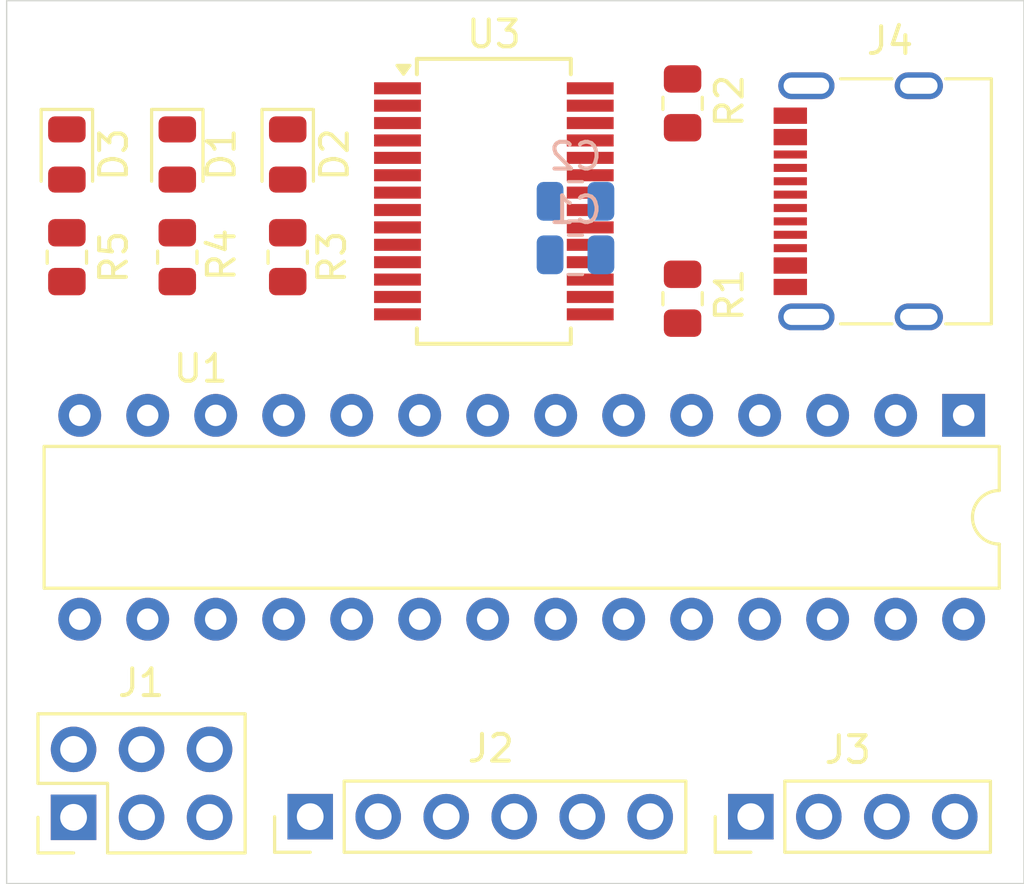
<source format=kicad_pcb>
(kicad_pcb (version 20240108) (generator "pcbnew") (generator_version "8.0")
  (layers (0 "F.Cu" signal) (31 "B.Cu" signal) (34 "B.Paste" user) (35 "F.Paste" user) (36 "B.SilkS" user "B.Silkscreen") (37 "F.SilkS" user "F.Silkscreen") (38 "B.Mask" user) (39 "F.Mask" user) (44 "Edge.Cuts" user))
  (net 0 "")
  (net 1 "+5V ")
  (net 2 "GND ")
  (net 3 "Net-(D1-K)")
  (net 4 "Net-(D1-A)")
  (net 5 "Net-(D2-A)")
  (net 6 "Net-(D2-K)")
  (net 7 "PWR ")
  (net 8 "SIG ")
  (net 9 "MISO")
  (net 10 "~{RST} ")
  (net 11 "MOSI")
  (net 12 "SCK ")
  (net 13 "RX  ")
  (net 14 "TX  ")
  (net 15 "CTS ")
  (net 16 "DTR ")
  (net 17 "CLK ")
  (net 18 "Net-(U3-USBD-)")
  (net 19 "Net-(J4-CC2)")
  (net 22 "Net-(J4-CC1)")
  (net 23 "Net-(U3-USBD+)")
  (net 51 "Net-(D3-A)")
  (footprint "Resistor_SMD:R_0805_2012Metric" (layer "F.Cu") (at 177.25 83.8375 -90)
    (property "Reference" "R3" (at 0 -1.65 90) (layer "F.SilkS"))
    (property "Value" "1kΩ")
    (fp_line (start -0.227064 0.735) (end 0.227064 0.735) (stroke (width 0.12)) (layer "F.SilkS"))
    (fp_line (start -0.227064 -0.735) (end 0.227064 -0.735) (stroke (width 0.12)) (layer "F.SilkS"))
    (pad "1" smd roundrect (at -0.9125 0 270) (size 1.025 1.4) (layers "F.Cu" "F.Paste" "F.Mask") (roundrect_rratio 0.243902) (net 5 "Net-(D2-A)"))
    (pad "2" smd roundrect (at 0.9125 0 270) (size 1.025 1.4) (layers "F.Cu" "F.Paste" "F.Mask") (roundrect_rratio 0.243902) (net 1 "+5V "))
  )
  (footprint "Package_SO:SSOP-28_5.3x10.2mm_P0.65mm" (layer "F.Cu") (at 184.95 81.75)
    (property "Reference" "U3" (at 0 -6.25 0) (layer "F.SilkS"))
    (property "Value" "FT232RL" (hide yes))
    (fp_line (start -2.875 -5.325) (end -2.875 -4.75) (stroke (width 0.15)) (layer "F.SilkS"))
    (fp_line (start -2.875 -5.325) (end 2.875 -5.325) (stroke (width 0.15)) (layer "F.SilkS"))
    (fp_line (start -2.875 4.75) (end -2.875 5.325) (stroke (width 0.15)) (layer "F.SilkS"))
    (fp_line (start -2.875 5.325) (end 2.875 5.325) (stroke (width 0.15)) (layer "F.SilkS"))
    (fp_line (start 2.875 -5.325) (end 2.875 -4.75) (stroke (width 0.15)) (layer "F.SilkS"))
    (fp_line (start 2.875 4.75) (end 2.875 5.325) (stroke (width 0.15)) (layer "F.SilkS"))
    (fp_poly (pts (xy -3.375 -4.75) (xy -3.615 -5.08) (xy -3.135 -5.08) (xy -3.375 -4.75)) (stroke (width 0.12)) (fill solid) (layer "F.SilkS"))
    (pad "1" smd rect (at -3.6 -4.225) (size 1.75 0.45) (layers "F.Cu" "F.Paste" "F.Mask") (net 14 "TX  "))
    (pad "2" smd rect (at -3.6 -3.575) (size 1.75 0.45) (layers "F.Cu" "F.Paste" "F.Mask") (net 16 "DTR "))
    (pad "3" smd rect (at -3.6 -2.925) (size 1.75 0.45) (layers "F.Cu" "F.Paste" "F.Mask"))
    (pad "4" smd rect (at -3.6 -2.275) (size 1.75 0.45) (layers "F.Cu" "F.Paste" "F.Mask") (net 1 "+5V "))
    (pad "5" smd rect (at -3.6 -1.625) (size 1.75 0.45) (layers "F.Cu" "F.Paste" "F.Mask") (net 13 "RX  "))
    (pad "6" smd rect (at -3.6 -0.975) (size 1.75 0.45) (layers "F.Cu" "F.Paste" "F.Mask"))
    (pad "7" smd rect (at -3.6 -0.325) (size 1.75 0.45) (layers "F.Cu" "F.Paste" "F.Mask") (net 2 "GND "))
    (pad "8" smd rect (at -3.6 0.325) (size 1.75 0.45) (layers "F.Cu" "F.Paste" "F.Mask"))
    (pad "9" smd rect (at -3.6 0.975) (size 1.75 0.45) (layers "F.Cu" "F.Paste" "F.Mask"))
    (pad "10" smd rect (at -3.6 1.625) (size 1.75 0.45) (layers "F.Cu" "F.Paste" "F.Mask"))
    (pad "11" smd rect (at -3.6 2.275) (size 1.75 0.45) (layers "F.Cu" "F.Paste" "F.Mask") (net 15 "CTS "))
    (pad "12" smd rect (at -3.6 2.925) (size 1.75 0.45) (layers "F.Cu" "F.Paste" "F.Mask"))
    (pad "13" smd rect (at -3.6 3.575) (size 1.75 0.45) (layers "F.Cu" "F.Paste" "F.Mask"))
    (pad "14" smd rect (at -3.6 4.225) (size 1.75 0.45) (layers "F.Cu" "F.Paste" "F.Mask"))
    (pad "15" smd rect (at 3.6 4.225) (size 1.75 0.45) (layers "F.Cu" "F.Paste" "F.Mask") (net 23 "Net-(U3-USBD+)"))
    (pad "16" smd rect (at 3.6 3.575) (size 1.75 0.45) (layers "F.Cu" "F.Paste" "F.Mask") (net 18 "Net-(U3-USBD-)"))
    (pad "17" smd rect (at 3.6 2.925) (size 1.75 0.45) (layers "F.Cu" "F.Paste" "F.Mask"))
    (pad "18" smd rect (at 3.6 2.275) (size 1.75 0.45) (layers "F.Cu" "F.Paste" "F.Mask") (net 2 "GND "))
    (pad "19" smd rect (at 3.6 1.625) (size 1.75 0.45) (layers "F.Cu" "F.Paste" "F.Mask"))
    (pad "20" smd rect (at 3.6 0.975) (size 1.75 0.45) (layers "F.Cu" "F.Paste" "F.Mask") (net 1 "+5V "))
    (pad "21" smd rect (at 3.6 0.325) (size 1.75 0.45) (layers "F.Cu" "F.Paste" "F.Mask") (net 2 "GND "))
    (pad "22" smd rect (at 3.6 -0.325) (size 1.75 0.45) (layers "F.Cu" "F.Paste" "F.Mask") (net 3 "Net-(D1-K)"))
    (pad "23" smd rect (at 3.6 -0.975) (size 1.75 0.45) (layers "F.Cu" "F.Paste" "F.Mask") (net 6 "Net-(D2-K)"))
    (pad "24" smd rect (at 3.6 -1.625) (size 1.75 0.45) (layers "F.Cu" "F.Paste" "F.Mask"))
    (pad "25" smd rect (at 3.6 -2.275) (size 1.75 0.45) (layers "F.Cu" "F.Paste" "F.Mask") (net 2 "GND "))
    (pad "26" smd rect (at 3.6 -2.925) (size 1.75 0.45) (layers "F.Cu" "F.Paste" "F.Mask") (net 2 "GND "))
    (pad "27" smd rect (at 3.6 -3.575) (size 1.75 0.45) (layers "F.Cu" "F.Paste" "F.Mask"))
    (pad "28" smd rect (at 3.6 -4.225) (size 1.75 0.45) (layers "F.Cu" "F.Paste" "F.Mask"))
  )
  (footprint "LED_SMD:LED_0805_2012Metric" (layer "F.Cu") (at 177.25 80 -90)
    (property "Reference" "D2" (at 0 -1.75 90) (layer "F.SilkS"))
    (property "Value" "LED_Small")
    (fp_line (start -1.685 0.96) (end 1 0.96) (stroke (width 0.12)) (layer "F.SilkS"))
    (fp_line (start -1.685 -0.96) (end -1.685 0.96) (stroke (width 0.12)) (layer "F.SilkS"))
    (fp_line (start 1 -0.96) (end -1.685 -0.96) (stroke (width 0.12)) (layer "F.SilkS"))
    (pad "1" smd roundrect (at -0.9375 0 270) (size 0.975 1.4) (layers "F.Cu" "F.Paste" "F.Mask") (net 6 "Net-(D2-K)"))
    (pad "2" smd roundrect (at 0.9375 0 270) (size 0.975 1.4) (layers "F.Cu" "F.Paste" "F.Mask") (net 5 "Net-(D2-A)"))
  )
  (footprint "Connector_USB:USB_C_Receptacle_G-Switch_GT-USB-7010ASV" (layer "F.Cu") (at 199.75 81.75 90)
    (property "Reference" "J4" (at 6 0 0) (layer "F.SilkS"))
    (property "Value" "USB 2.0" (hide yes))
    (fp_line (start -4.58 -1.85) (end -4.58 0.07) (stroke (width 0.12)) (layer "F.SilkS"))
    (fp_line (start 4.58 0.07) (end 4.58 -1.85) (stroke (width 0.12)) (layer "F.SilkS"))
    (fp_line (start 4.58 2.08) (end 4.58 3.785) (stroke (width 0.12)) (layer "F.SilkS"))
    (fp_line (start 4.58 3.785) (end -4.58 3.785) (stroke (width 0.12)) (layer "F.SilkS"))
    (fp_line (start -4.58 3.785) (end -4.58 2.08) (stroke (width 0.12)) (layer "F.SilkS"))
    (pad "" np_thru_hole circle (at -2.89 -2.605 90) (size 0.65 0.65) (drill 0.65) (layers "*.Cu" "*.Mask"))
    (pad "" np_thru_hole circle (at 2.89 -2.605 90) (size 0.65 0.65) (drill 0.65) (layers "*.Cu" "*.Mask"))
    (pad "A1" smd rect (at -3.2 -3.725 90) (size 0.6 1.24) (layers "F.Cu" "F.Paste" "F.Mask") (net 2 "GND "))
    (pad "A4" smd rect (at -2.4 -3.725 90) (size 0.6 1.24) (layers "F.Cu" "F.Paste" "F.Mask") (net 1 "+5V "))
    (pad "A5" smd rect (at -1.25 -3.725 90) (size 0.3 1.24) (layers "F.Cu" "F.Paste" "F.Mask") (net 22 "Net-(J4-CC1)"))
    (pad "A6" smd rect (at -0.25 -3.725 90) (size 0.3 1.24) (layers "F.Cu" "F.Paste" "F.Mask") (net 23 "Net-(U3-USBD+)"))
    (pad "A7" smd rect (at 0.25 -3.725 90) (size 0.3 1.24) (layers "F.Cu" "F.Paste" "F.Mask") (net 18 "Net-(U3-USBD-)"))
    (pad "A8" smd rect (at 1.25 -3.725 90) (size 0.3 1.24) (layers "F.Cu" "F.Paste" "F.Mask"))
    (pad "A9" smd rect (at 2.4 -3.725 90) (size 0.6 1.24) (layers "F.Cu" "F.Paste" "F.Mask") (net 1 "+5V "))
    (pad "A12" smd rect (at 3.2 -3.725 90) (size 0.6 1.24) (layers "F.Cu" "F.Paste" "F.Mask") (net 2 "GND "))
    (pad "B1" smd rect (at 3.2 -3.725 90) (size 0.6 1.24) (layers "F.Cu" "F.Paste" "F.Mask") (net 2 "GND "))
    (pad "B4" smd rect (at 2.4 -3.725 90) (size 0.6 1.24) (layers "F.Cu" "F.Paste" "F.Mask") (net 1 "+5V "))
    (pad "B5" smd rect (at 1.75 -3.725 90) (size 0.3 1.24) (layers "F.Cu" "F.Paste" "F.Mask") (net 19 "Net-(J4-CC2)"))
    (pad "B6" smd rect (at 0.75 -3.725 90) (size 0.3 1.24) (layers "F.Cu" "F.Paste" "F.Mask") (net 23 "Net-(U3-USBD+)"))
    (pad "B7" smd rect (at -0.75 -3.725 90) (size 0.3 1.24) (layers "F.Cu" "F.Paste" "F.Mask") (net 18 "Net-(U3-USBD-)"))
    (pad "B8" smd rect (at -1.75 -3.725 90) (size 0.3 1.24) (layers "F.Cu" "F.Paste" "F.Mask"))
    (pad "B9" smd rect (at -2.4 -3.725 90) (size 0.6 1.24) (layers "F.Cu" "F.Paste" "F.Mask") (net 1 "+5V "))
    (pad "B12" smd rect (at -3.2 -3.725 90) (size 0.6 1.24) (layers "F.Cu" "F.Paste" "F.Mask") (net 2 "GND "))
    (pad "S1" thru_hole oval (at -4.32 -3.125 90) (size 1 2.1) (drill oval 0.6 1.7) (layers "*.Cu" "*.Mask") (net 2 "GND "))
    (pad "S1" thru_hole oval (at -4.32 1.075 90) (size 1 1.8) (drill oval 0.6 1.4) (layers "*.Cu" "*.Mask") (net 2 "GND "))
    (pad "S1" thru_hole oval (at 4.32 -3.125 90) (size 1 2.1) (drill oval 0.6 1.7) (layers "*.Cu" "*.Mask") (net 2 "GND "))
    (pad "S1" thru_hole oval (at 4.32 1.075 90) (size 1 1.8) (drill oval 0.6 1.4) (layers "*.Cu" "*.Mask") (net 2 "GND "))
  )
  (footprint "Connector_PinHeader_2.54mm:PinHeader_2x03_P2.54mm_Vertical" (layer "F.Cu") (at 169.25 104.775 90)
    (property "Reference" "J1" (at 5.025 2.525 0) (layer "F.SilkS"))
    (property "Value" "ISP Header" (hide yes))
    (fp_line (start 3.87 -1.33) (end 3.87 6.41) (stroke (width 0.12)) (layer "F.SilkS"))
    (fp_line (start 1.27 -1.33) (end 3.87 -1.33) (stroke (width 0.12)) (layer "F.SilkS"))
    (fp_line (start -1.33 -1.33) (end 0 -1.33) (stroke (width 0.12)) (layer "F.SilkS"))
    (fp_line (start -1.33 0) (end -1.33 -1.33) (stroke (width 0.12)) (layer "F.SilkS"))
    (fp_line (start 1.27 1.27) (end 1.27 -1.33) (stroke (width 0.12)) (layer "F.SilkS"))
    (fp_line (start -1.33 1.27) (end 1.27 1.27) (stroke (width 0.12)) (layer "F.SilkS"))
    (fp_line (start -1.33 1.27) (end -1.33 6.41) (stroke (width 0.12)) (layer "F.SilkS"))
    (fp_line (start -1.33 6.41) (end 3.87 6.41) (stroke (width 0.12)) (layer "F.SilkS"))
    (pad "1" thru_hole rect (at 0 0 90) (size 1.7 1.7) (drill 1) (layers "*.Cu" "*.Mask") (net 9 "MISO"))
    (pad "2" thru_hole oval (at 2.54 0 90) (size 1.7 1.7) (drill 1) (layers "*.Cu" "*.Mask") (net 1 "+5V "))
    (pad "3" thru_hole oval (at 0 2.54 90) (size 1.7 1.7) (drill 1) (layers "*.Cu" "*.Mask") (net 12 "SCK "))
    (pad "4" thru_hole oval (at 2.54 2.54 90) (size 1.7 1.7) (drill 1) (layers "*.Cu" "*.Mask") (net 11 "MOSI"))
    (pad "5" thru_hole oval (at 0 5.08 90) (size 1.7 1.7) (drill 1) (layers "*.Cu" "*.Mask") (net 10 "~{RST} "))
    (pad "6" thru_hole oval (at 2.54 5.08 90) (size 1.7 1.7) (drill 1) (layers "*.Cu" "*.Mask") (net 2 "GND "))
  )
  (footprint "LED_SMD:LED_0805_2012Metric" (layer "F.Cu") (at 169 80 -90)
    (property "Reference" "D3" (at 0 -1.75 90) (layer "F.SilkS"))
    (property "Value" "LED_Small")
    (fp_line (start -1.685 0.96) (end 1 0.96) (stroke (width 0.12)) (layer "F.SilkS"))
    (fp_line (start -1.685 -0.96) (end -1.685 0.96) (stroke (width 0.12)) (layer "F.SilkS"))
    (fp_line (start 1 -0.96) (end -1.685 -0.96) (stroke (width 0.12)) (layer "F.SilkS"))
    (pad "1" smd roundrect (at -0.9375 0 270) (size 0.975 1.4) (layers "F.Cu" "F.Paste" "F.Mask") (net 8 "SIG "))
    (pad "2" smd roundrect (at 0.9375 0 270) (size 0.975 1.4) (layers "F.Cu" "F.Paste" "F.Mask") (net 51 "Net-(D3-A)"))
  )
  (footprint "Connector_PinHeader_2.54mm:PinHeader_1x04_P2.54mm_Vertical" (layer "F.Cu") (at 194.55 104.75 90)
    (property "Reference" "J3" (at 2.5 3.62 0) (layer "F.SilkS"))
    (property "Value" "FPGA" (hide yes))
    (fp_line (start -1.33 -1.33) (end 0 -1.33) (stroke (width 0.12)) (layer "F.SilkS"))
    (fp_line (start -1.33 0) (end -1.33 -1.33) (stroke (width 0.12)) (layer "F.SilkS"))
    (fp_line (start 1.33 1.27) (end 1.33 8.95) (stroke (width 0.12)) (layer "F.SilkS"))
    (fp_line (start -1.33 1.27) (end 1.33 1.27) (stroke (width 0.12)) (layer "F.SilkS"))
    (fp_line (start -1.33 1.27) (end -1.33 8.95) (stroke (width 0.12)) (layer "F.SilkS"))
    (fp_line (start -1.33 8.95) (end 1.33 8.95) (stroke (width 0.12)) (layer "F.SilkS"))
    (pad "1" thru_hole rect (at 0 0 90) (size 1.7 1.7) (drill 1) (layers "*.Cu" "*.Mask") (net 7 "PWR "))
    (pad "2" thru_hole oval (at 0 2.54 90) (size 1.7 1.7) (drill 1) (layers "*.Cu" "*.Mask") (net 8 "SIG "))
    (pad "3" thru_hole oval (at 0 5.08 90) (size 1.7 1.7) (drill 1) (layers "*.Cu" "*.Mask") (net 17 "CLK "))
    (pad "4" thru_hole oval (at 0 7.62 90) (size 1.7 1.7) (drill 1) (layers "*.Cu" "*.Mask") (net 2 "GND "))
  )
  (footprint "LED_SMD:LED_0805_2012Metric" (layer "F.Cu") (at 173.125 80 -90)
    (property "Reference" "D1" (at 0 -1.65 90) (layer "F.SilkS"))
    (property "Value" "LED_Small")
    (fp_line (start -1.685 0.96) (end 1 0.96) (stroke (width 0.12)) (layer "F.SilkS"))
    (fp_line (start -1.685 -0.96) (end -1.685 0.96) (stroke (width 0.12)) (layer "F.SilkS"))
    (fp_line (start 1 -0.96) (end -1.685 -0.96) (stroke (width 0.12)) (layer "F.SilkS"))
    (pad "1" smd roundrect (at -0.9375 0 270) (size 0.975 1.4) (layers "F.Cu" "F.Paste" "F.Mask") (net 3 "Net-(D1-K)"))
    (pad "2" smd roundrect (at 0.9375 0 270) (size 0.975 1.4) (layers "F.Cu" "F.Paste" "F.Mask") (net 4 "Net-(D1-A)"))
  )
  (footprint "Package_DIP:DIP-28_W7.62mm" (layer "F.Cu") (at 202.5 89.75 -90)
    (property "Reference" "U1" (at -1.75 28.5 180) (layer "F.SilkS"))
    (property "Value" "ATmega328P-P" (hide yes))
    (fp_line (start 1.16 34.35) (end 6.46 34.35) (stroke (width 0.12)) (layer "F.SilkS"))
    (fp_line (start 6.46 34.35) (end 6.46 -1.33) (stroke (width 0.12)) (layer "F.SilkS"))
    (fp_line (start 1.16 -1.33) (end 1.16 34.35) (stroke (width 0.12)) (layer "F.SilkS"))
    (fp_line (start 2.81 -1.33) (end 1.16 -1.33) (stroke (width 0.12)) (layer "F.SilkS"))
    (fp_line (start 6.46 -1.33) (end 4.81 -1.33) (stroke (width 0.12)) (layer "F.SilkS"))
    (fp_arc (start 4.81 -1.33) (mid 3.81 -0.33) (end 2.81 -1.33) (stroke (width 0.12)) (layer "F.SilkS"))
    (pad "1" thru_hole rect (at 0 0 270) (size 1.6 1.6) (drill 0.8) (layers "*.Cu" "*.Mask") (net 10 "~{RST} "))
    (pad "2" thru_hole oval (at 0 2.54 270) (size 1.6 1.6) (drill 0.8) (layers "*.Cu" "*.Mask") (net 14 "TX  "))
    (pad "3" thru_hole oval (at 0 5.08 270) (size 1.6 1.6) (drill 0.8) (layers "*.Cu" "*.Mask") (net 13 "RX  "))
    (pad "4" thru_hole oval (at 0 7.62 270) (size 1.6 1.6) (drill 0.8) (layers "*.Cu" "*.Mask") (net 8 "SIG "))
    (pad "5" thru_hole oval (at 0 10.16 270) (size 1.6 1.6) (drill 0.8) (layers "*.Cu" "*.Mask"))
    (pad "6" thru_hole oval (at 0 12.7 270) (size 1.6 1.6) (drill 0.8) (layers "*.Cu" "*.Mask"))
    (pad "7" thru_hole oval (at 0 15.24 270) (size 1.6 1.6) (drill 0.8) (layers "*.Cu" "*.Mask") (net 7 "PWR "))
    (pad "8" thru_hole oval (at 0 17.78 270) (size 1.6 1.6) (drill 0.8) (layers "*.Cu" "*.Mask") (net 2 "GND "))
    (pad "9" thru_hole oval (at 0 20.32 270) (size 1.6 1.6) (drill 0.8) (layers "*.Cu" "*.Mask") (net 17 "CLK "))
    (pad "10" thru_hole oval (at 0 22.86 270) (size 1.6 1.6) (drill 0.8) (layers "*.Cu" "*.Mask"))
    (pad "11" thru_hole oval (at 0 25.4 270) (size 1.6 1.6) (drill 0.8) (layers "*.Cu" "*.Mask"))
    (pad "12" thru_hole oval (at 0 27.94 270) (size 1.6 1.6) (drill 0.8) (layers "*.Cu" "*.Mask"))
    (pad "13" thru_hole oval (at 0 30.48 270) (size 1.6 1.6) (drill 0.8) (layers "*.Cu" "*.Mask"))
    (pad "14" thru_hole oval (at 0 33.02 270) (size 1.6 1.6) (drill 0.8) (layers "*.Cu" "*.Mask"))
    (pad "15" thru_hole oval (at 7.62 33.02 270) (size 1.6 1.6) (drill 0.8) (layers "*.Cu" "*.Mask"))
    (pad "16" thru_hole oval (at 7.62 30.48 270) (size 1.6 1.6) (drill 0.8) (layers "*.Cu" "*.Mask"))
    (pad "17" thru_hole oval (at 7.62 27.94 270) (size 1.6 1.6) (drill 0.8) (layers "*.Cu" "*.Mask") (net 11 "MOSI"))
    (pad "18" thru_hole oval (at 7.62 25.4 270) (size 1.6 1.6) (drill 0.8) (layers "*.Cu" "*.Mask") (net 9 "MISO"))
    (pad "19" thru_hole oval (at 7.62 22.86 270) (size 1.6 1.6) (drill 0.8) (layers "*.Cu" "*.Mask") (net 12 "SCK "))
    (pad "20" thru_hole oval (at 7.62 20.32 270) (size 1.6 1.6) (drill 0.8) (layers "*.Cu" "*.Mask") (net 7 "PWR "))
    (pad "21" thru_hole oval (at 7.62 17.78 270) (size 1.6 1.6) (drill 0.8) (layers "*.Cu" "*.Mask"))
    (pad "22" thru_hole oval (at 7.62 15.24 270) (size 1.6 1.6) (drill 0.8) (layers "*.Cu" "*.Mask") (net 2 "GND "))
    (pad "23" thru_hole oval (at 7.62 12.7 270) (size 1.6 1.6) (drill 0.8) (layers "*.Cu" "*.Mask"))
    (pad "24" thru_hole oval (at 7.62 10.16 270) (size 1.6 1.6) (drill 0.8) (layers "*.Cu" "*.Mask"))
    (pad "25" thru_hole oval (at 7.62 7.62 270) (size 1.6 1.6) (drill 0.8) (layers "*.Cu" "*.Mask"))
    (pad "26" thru_hole oval (at 7.62 5.08 270) (size 1.6 1.6) (drill 0.8) (layers "*.Cu" "*.Mask"))
    (pad "27" thru_hole oval (at 7.62 2.54 270) (size 1.6 1.6) (drill 0.8) (layers "*.Cu" "*.Mask"))
    (pad "28" thru_hole oval (at 7.62 0 270) (size 1.6 1.6) (drill 0.8) (layers "*.Cu" "*.Mask"))
  )
  (footprint "Resistor_SMD:R_0805_2012Metric" (layer "F.Cu") (at 192 78.0875 90)
    (property "Reference" "R2" (at 0.0875 1.75 90) (layer "F.SilkS"))
    (property "Value" "5.1kΩ")
    (fp_line (start -0.227064 -0.735) (end 0.227064 -0.735) (stroke (width 0.12)) (layer "F.SilkS"))
    (fp_line (start -0.227064 0.735) (end 0.227064 0.735) (stroke (width 0.12)) (layer "F.SilkS"))
    (pad "1" smd roundrect (at -0.9125 0 90) (size 1.025 1.4) (layers "F.Cu" "F.Paste" "F.Mask") (roundrect_rratio 0.243902) (net 19 "Net-(J4-CC2)"))
    (pad "2" smd roundrect (at 0.9125 0 90) (size 1.025 1.4) (layers "F.Cu" "F.Paste" "F.Mask") (roundrect_rratio 0.243902) (net 2 "GND "))
  )
  (footprint "Resistor_SMD:R_0805_2012Metric" (layer "F.Cu") (at 169 83.8375 -90)
    (property "Reference" "R5" (at 0 -1.75 90) (layer "F.SilkS"))
    (property "Value" "1kΩ")
    (fp_line (start -0.227064 0.735) (end 0.227064 0.735) (stroke (width 0.12)) (layer "F.SilkS"))
    (fp_line (start -0.227064 -0.735) (end 0.227064 -0.735) (stroke (width 0.12)) (layer "F.SilkS"))
    (pad "1" smd roundrect (at -0.9125 0 270) (size 1.025 1.4) (layers "F.Cu" "F.Paste" "F.Mask") (roundrect_rratio 0.243902) (net 51 "Net-(D3-A)"))
    (pad "2" smd roundrect (at 0.9125 0 270) (size 1.025 1.4) (layers "F.Cu" "F.Paste" "F.Mask") (roundrect_rratio 0.243902) (net 7 "PWR "))
  )
  (footprint "Connector_PinHeader_2.54mm:PinHeader_1x06_P2.54mm_Vertical" (layer "F.Cu") (at 178.09 104.75 90)
    (property "Reference" "J2" (at 2.55 6.75 0) (layer "F.SilkS"))
    (property "Value" "UART" (hide yes))
    (fp_line (start -1.33 -1.33) (end 0 -1.33) (stroke (width 0.12)) (layer "F.SilkS"))
    (fp_line (start -1.33 0) (end -1.33 -1.33) (stroke (width 0.12)) (layer "F.SilkS"))
    (fp_line (start 1.33 1.27) (end 1.33 14.03) (stroke (width 0.12)) (layer "F.SilkS"))
    (fp_line (start -1.33 1.27) (end 1.33 1.27) (stroke (width 0.12)) (layer "F.SilkS"))
    (fp_line (start -1.33 1.27) (end -1.33 14.03) (stroke (width 0.12)) (layer "F.SilkS"))
    (fp_line (start -1.33 14.03) (end 1.33 14.03) (stroke (width 0.12)) (layer "F.SilkS"))
    (pad "1" thru_hole rect (at 0 0 90) (size 1.7 1.7) (drill 1) (layers "*.Cu" "*.Mask") (net 2 "GND "))
    (pad "2" thru_hole oval (at 0 2.54 90) (size 1.7 1.7) (drill 1) (layers "*.Cu" "*.Mask") (net 15 "CTS "))
    (pad "3" thru_hole oval (at 0 5.08 90) (size 1.7 1.7) (drill 1) (layers "*.Cu" "*.Mask") (net 1 "+5V "))
    (pad "4" thru_hole oval (at 0 7.62 90) (size 1.7 1.7) (drill 1) (layers "*.Cu" "*.Mask") (net 14 "TX  "))
    (pad "5" thru_hole oval (at 0 10.16 90) (size 1.7 1.7) (drill 1) (layers "*.Cu" "*.Mask") (net 13 "RX  "))
    (pad "6" thru_hole oval (at 0 12.7 90) (size 1.7 1.7) (drill 1) (layers "*.Cu" "*.Mask") (net 16 "DTR "))
  )
  (footprint "Resistor_SMD:R_0805_2012Metric" (layer "F.Cu") (at 192 85.39 -90)
    (property "Reference" "R1" (at -0.14 -1.75 -90) (layer "F.SilkS"))
    (property "Value" "5.1kΩ")
    (fp_line (start -0.227064 0.735) (end 0.227064 0.735) (stroke (width 0.12)) (layer "F.SilkS"))
    (fp_line (start -0.227064 -0.735) (end 0.227064 -0.735) (stroke (width 0.12)) (layer "F.SilkS"))
    (pad "1" smd roundrect (at -0.9125 0 270) (size 1.025 1.4) (layers "F.Cu" "F.Paste" "F.Mask") (roundrect_rratio 0.243902) (net 22 "Net-(J4-CC1)"))
    (pad "2" smd roundrect (at 0.9125 0 270) (size 1.025 1.4) (layers "F.Cu" "F.Paste" "F.Mask") (roundrect_rratio 0.243902) (net 2 "GND "))
  )
  (footprint "Resistor_SMD:R_0805_2012Metric" (layer "F.Cu") (at 173.125 83.8375 -90)
    (property "Reference" "R4" (at -0.0875 -1.65 90) (layer "F.SilkS"))
    (property "Value" "1kΩ")
    (fp_line (start -0.227064 0.735) (end 0.227064 0.735) (stroke (width 0.12)) (layer "F.SilkS"))
    (fp_line (start -0.227064 -0.735) (end 0.227064 -0.735) (stroke (width 0.12)) (layer "F.SilkS"))
    (pad "1" smd roundrect (at -0.9125 0 270) (size 1.025 1.4) (layers "F.Cu" "F.Paste" "F.Mask") (roundrect_rratio 0.243902) (net 4 "Net-(D1-A)"))
    (pad "2" smd roundrect (at 0.9125 0 270) (size 1.025 1.4) (layers "F.Cu" "F.Paste" "F.Mask") (roundrect_rratio 0.243902) (net 1 "+5V "))
  )
  (footprint "Capacitor_SMD:C_0805_2012Metric" (layer "B.Cu") (at 188 83.75 180)
    (property "Reference" "C1" (at 0 1.68 180) (layer "B.SilkS") (effects (justify mirror)))
    (property "Value" "0.1uF")
    (fp_line (start 0.261252 0.735) (end -0.261252 0.735) (stroke (width 0.12)) (layer "B.SilkS"))
    (fp_line (start 0.261252 -0.735) (end -0.261252 -0.735) (stroke (width 0.12)) (layer "B.SilkS"))
    (pad "1" smd roundrect (at -0.95 0 180) (size 1 1.45) (layers "B.Cu" "B.Paste" "B.Mask") (net 1 "+5V "))
    (pad "2" smd roundrect (at 0.95 0 180) (size 1 1.45) (layers "B.Cu" "B.Paste" "B.Mask") (net 2 "GND "))
  )
  (footprint "Capacitor_SMD:C_0805_2012Metric" (layer "B.Cu") (at 188 81.75 180)
    (property "Reference" "C2" (at 0 1.68 180) (layer "B.SilkS") (effects (justify mirror)))
    (property "Value" "10uF")
    (fp_line (start 0.261252 0.735) (end -0.261252 0.735) (stroke (width 0.12)) (layer "B.SilkS"))
    (fp_line (start 0.261252 -0.735) (end -0.261252 -0.735) (stroke (width 0.12)) (layer "B.SilkS"))
    (pad "1" smd roundrect (at -0.95 0 180) (size 1 1.45) (layers "B.Cu" "B.Paste" "B.Mask") (net 1 "+5V "))
    (pad "2" smd roundrect (at 0.95 0 180) (size 1 1.45) (layers "B.Cu" "B.Paste" "B.Mask") (net 2 "GND "))
  )
  (gr_rect (start 166.75 74.25) (end 204.75 107.25) (stroke (width 0.05)) (fill none) (layer "Edge.Cuts"))
)
</source>
